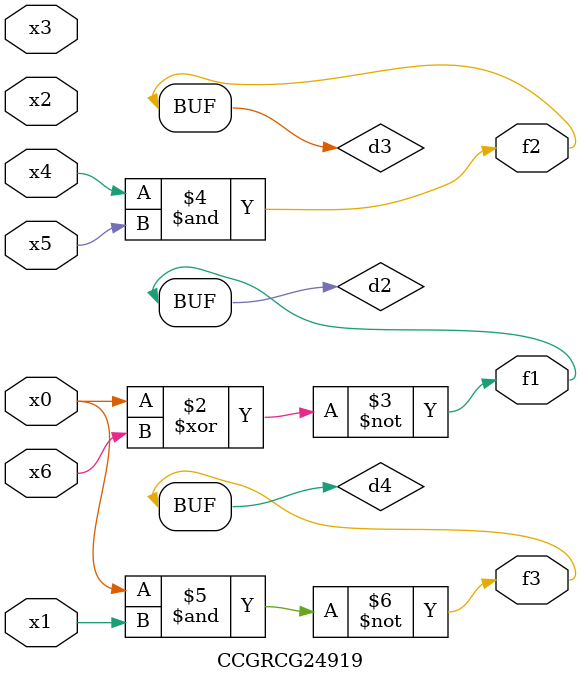
<source format=v>
module CCGRCG24919(
	input x0, x1, x2, x3, x4, x5, x6,
	output f1, f2, f3
);

	wire d1, d2, d3, d4;

	nor (d1, x0);
	xnor (d2, x0, x6);
	and (d3, x4, x5);
	nand (d4, x0, x1);
	assign f1 = d2;
	assign f2 = d3;
	assign f3 = d4;
endmodule

</source>
